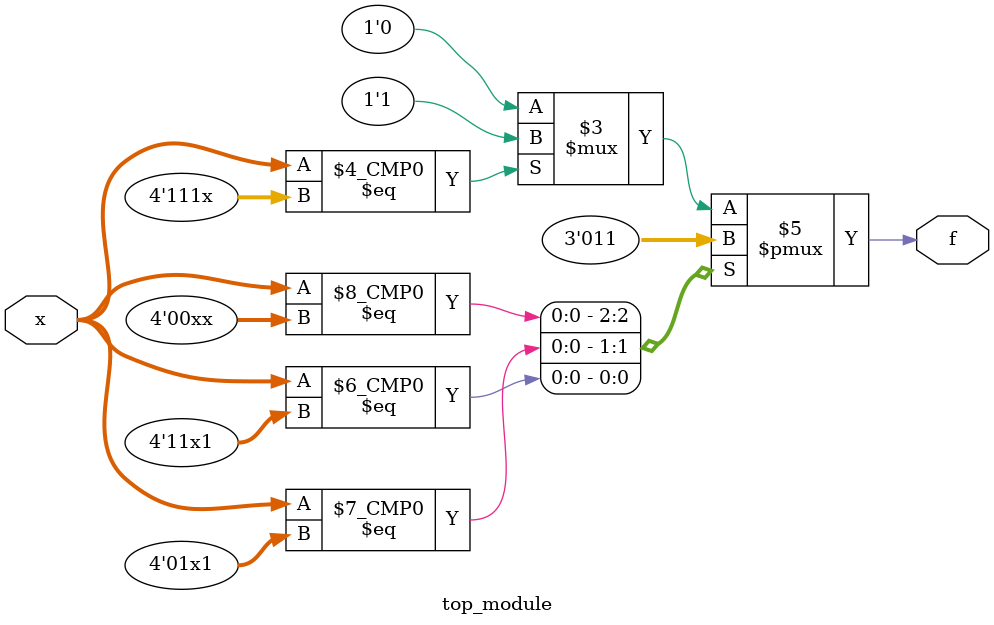
<source format=sv>
module top_module (
    input [4:1] x,
    output logic f
);

always_comb begin
    case (x)
        4'b00xx: f = 0;
        4'b01x1: f = 1;
        4'b11x1: f = 1;
        4'b111x: f = 1;
        default: f = 0;
    endcase
end

endmodule

</source>
